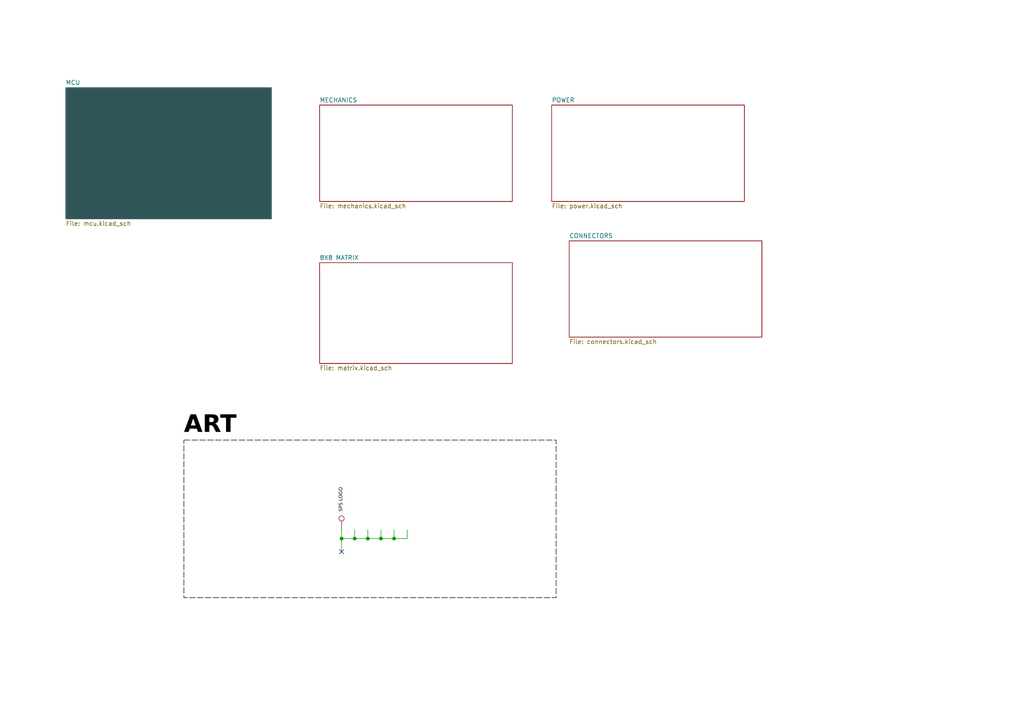
<source format=kicad_sch>
(kicad_sch (version 20250114) (generator "eeschema") (generator_version "9.0")
  (paper "A4")
  (lib_symbols
    (symbol "Connector:TestPoint" (pin_numbers (hide yes)) (pin_names (offset 0.762) (hide yes))
      (property "Reference" "TP" (at 0 6.858 0))
      (property "Value" "TestPoint" (at 0 5.08 0))
      (symbol "TestPoint_0_1"
        (circle (center 0 3.302) (radius 0.762))
      )
      (symbol "TestPoint_1_1"
        (pin passive line (at 0 0 90) (length 2.54) (name "1") (number "1"))
      )
    )
  )
  (rectangle (start 53.34 127.635) (end 161.29 173.355) (stroke (width 0) (type dash) (color 0 0 0 1)))
  (text "ART" (at 53.34 127.635 0) (effects (font (size 5 5) (bold yes)) (justify left bottom)))
  (text "SPS LOGO" (at 99.695 148.59 90) (effects (font (size 1 1) (italic yes)) (justify left bottom)))
  (junction (at 99.06 156.21))
  (junction (at 110.49 156.21))
  (junction (at 102.87 156.21))
  (junction (at 106.68 156.21))
  (junction (at 114.3 156.21))
  (no_connect (at 99.06 160.02))
  (wire (pts (xy 106.68 153.67) (xy 106.68 156.21)))
  (wire (pts (xy 106.68 156.21) (xy 110.49 156.21)))
  (wire (pts (xy 99.06 156.21) (xy 102.87 156.21)))
  (wire (pts (xy 102.87 156.21) (xy 106.68 156.21)))
  (wire (pts (xy 99.06 153.67) (xy 99.06 156.21)))
  (wire (pts (xy 114.3 156.21) (xy 118.11 156.21)))
  (wire (pts (xy 102.87 156.21) (xy 102.87 153.67)))
  (wire (pts (xy 114.3 156.21) (xy 114.3 153.67)))
  (wire (pts (xy 110.49 156.21) (xy 114.3 156.21)))
  (wire (pts (xy 99.06 156.21) (xy 99.06 160.02)))
  (wire (pts (xy 110.49 153.67) (xy 110.49 156.21)))
  (wire (pts (xy 118.11 153.67) (xy 118.11 156.21)))
  (image (at 49.53 44.45) (scale 0.12772))
  (symbol (lib_id "Connector:TestPoint") (at 99.06 153.67 0) (unit 1)
    (property "Reference" "TP1" (effects (hide yes)))
    (property "Value" "TestPoint" (effects (hide yes)))
    (property "Footprint" "sumec_graphic:SPS_LOGO_IMG" (effects (hide yes)))
    (property "Description" "test point" (effects (hide yes)))
  )
  (sheet (at 160.02 30.48) (size 55.88 27.94) (stroke (width 0.1524))
    (property "Sheetname" "POWER" (at 160.02 29.7684 0) (effects (justify left bottom)))
    (property "Sheetfile" "power.kicad_sch" (at 160.02 59.0046 0) (effects (justify left top)))
  )
  (sheet (at 19.05 25.4) (size 59.69 38.1) (stroke (width 0.1524) (color 47 85 88 1)) (fill (color 47 85 88 1.0000))
    (property "Sheetname" "MCU" (at 19.05 24.6884 0) (effects (justify left bottom)))
    (property "Sheetfile" "mcu.kicad_sch" (at 19.05 64.0846 0) (effects (justify left top)))
  )
  (sheet (at 92.71 76.2) (size 55.88 29.21) (stroke (width 0.1524))
    (property "Sheetname" "8X8 MATRIX" (at 92.71 75.4884 0) (effects (justify left bottom)))
    (property "Sheetfile" "matrix.kicad_sch" (at 92.71 105.9946 0) (effects (justify left top)))
  )
  (sheet (at 92.71 30.48) (size 55.88 27.94) (stroke (width 0.1524))
    (property "Sheetname" "MECHANICS" (at 92.71 29.7684 0) (effects (justify left bottom)))
    (property "Sheetfile" "mechanics.kicad_sch" (at 92.71 59.0046 0) (effects (justify left top)))
  )
  (sheet (at 165.1 69.85) (size 55.88 27.94) (stroke (width 0.1524))
    (property "Sheetname" "CONNECTORS" (at 165.1 69.1384 0) (effects (justify left bottom)))
    (property "Sheetfile" "connectors.kicad_sch" (at 165.1 98.3746 0) (effects (justify left top)))
  )
)
</source>
